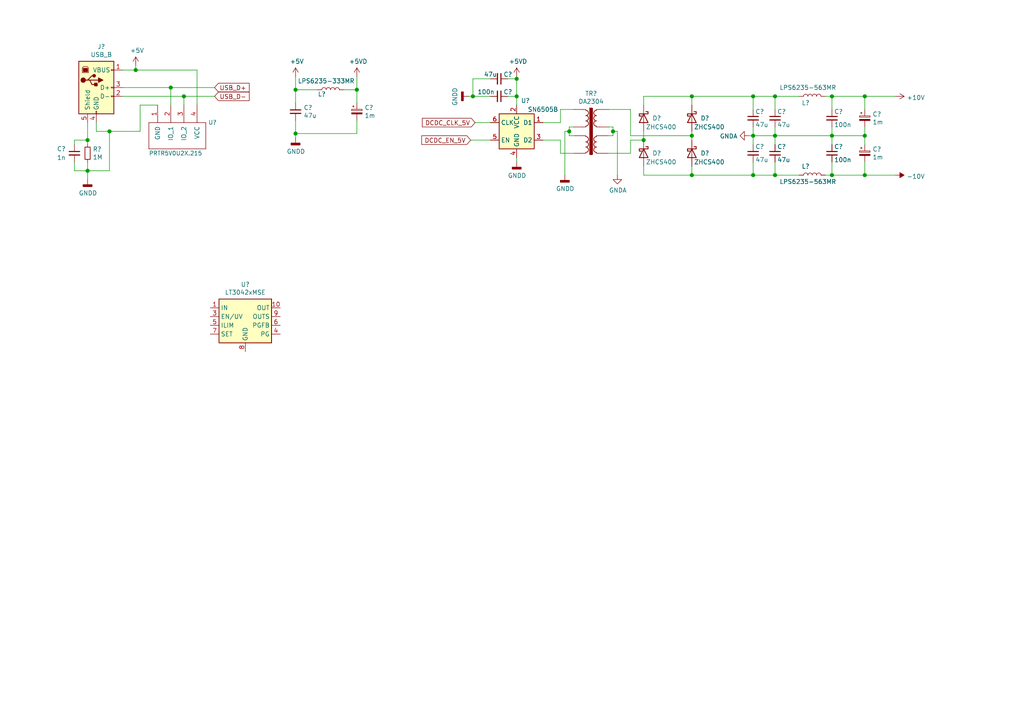
<source format=kicad_sch>
(kicad_sch (version 20210126) (generator eeschema)
  (paper "A4")
  (lib_symbols
    (symbol "DykoDAC3-rescue:+10V-power" (power) (pin_names (offset 0))
      (property "Value" "+10V-power" (at 0 3.556 0))
      (symbol "+10V-power_0_1"
        (polyline (pts (xy -0.762 1.27) (xy 0 2.54)))
        (polyline (pts (xy 0 0) (xy 0 2.54)))
        (polyline (pts (xy 0 2.54) (xy 0.762 1.27)))
      )
      (symbol "+10V-power_1_1"
        (pin power_in line (at 0 0 90) (length 0) hide (name "+10V") (number "1"))
      )
    )
    (symbol "DykoDAC3-rescue:+5V-power" (power) (pin_names (offset 0))
      (property "Value" "+5V-power" (at 0 3.556 0))
      (symbol "+5V-power_0_1"
        (polyline (pts (xy -0.762 1.27) (xy 0 2.54)))
        (polyline (pts (xy 0 0) (xy 0 2.54)))
        (polyline (pts (xy 0 2.54) (xy 0.762 1.27)))
      )
      (symbol "+5V-power_1_1"
        (pin power_in line (at 0 0 90) (length 0) hide (name "+5V") (number "1"))
      )
    )
    (symbol "DykoDAC3-rescue:+5VD-power" (power) (pin_names (offset 0))
      (property "Value" "+5VD-power" (at 0 3.556 0))
      (symbol "+5VD-power_0_1"
        (polyline (pts (xy -0.762 1.27) (xy 0 2.54)))
        (polyline (pts (xy 0 0) (xy 0 2.54)))
        (polyline (pts (xy 0 2.54) (xy 0.762 1.27)))
      )
      (symbol "+5VD-power_1_1"
        (pin power_in line (at 0 0 90) (length 0) hide (name "+5VD") (number "1"))
      )
    )
    (symbol "DykoDAC3-rescue:-10V-power" (power) (pin_names (offset 0))
      (property "Value" "-10V-power" (at 0 3.81 0))
      (symbol "-10V-power_0_0"
        (pin power_in line (at 0 0 90) (length 0) hide (name "-10V") (number "1"))
      )
      (symbol "-10V-power_0_1"
        (polyline (pts (xy 0 0) (xy 0 1.27) (xy 0.762 1.27) (xy 0 2.54) (xy -0.762 1.27) (xy 0 1.27)) (fill (type outline)))
      )
    )
    (symbol "DykoDAC3-rescue:CP_Small-Device" (pin_numbers hide) (pin_names (offset 0.254) hide)
      (property "Reference" "C" (at 0.254 1.778 0))
      (property "Value" "CP_Small-Device" (at 0.254 -2.032 0))
      (symbol "CP_Small-Device_0_1"
        (rectangle (start -1.524 0.6858) (end 1.524 0.3048))
        (rectangle (start -1.524 -0.3048) (end 1.524 -0.6858) (fill (type outline)))
        (polyline (pts (xy -1.27 1.524) (xy -0.762 1.524)))
        (polyline (pts (xy -1.016 1.27) (xy -1.016 1.778)))
      )
      (symbol "CP_Small-Device_1_1"
        (pin passive line (at 0 2.54 270) (length 1.8542) (name "~") (number "1"))
        (pin passive line (at 0 -2.54 90) (length 1.8542) (name "~") (number "2"))
      )
    )
    (symbol "DykoDAC3-rescue:C_Small-Device" (pin_numbers hide) (pin_names (offset 0.254) hide)
      (property "Reference" "C" (at 0.254 1.778 0))
      (property "Value" "C_Small-Device" (at 0.254 -2.032 0))
      (symbol "C_Small-Device_0_1"
        (polyline (pts (xy -1.524 -0.508) (xy 1.524 -0.508)) (stroke (width 0.3302)))
        (polyline (pts (xy -1.524 0.508) (xy 1.524 0.508)) (stroke (width 0.3048)))
      )
      (symbol "C_Small-Device_1_1"
        (pin passive line (at 0 2.54 270) (length 2.032) (name "~") (number "1"))
        (pin passive line (at 0 -2.54 90) (length 2.032) (name "~") (number "2"))
      )
    )
    (symbol "DykoDAC3-rescue:D_Schottky-Device" (pin_numbers hide) (pin_names (offset 1.016) hide)
      (property "Reference" "D" (at 0 2.54 0))
      (property "Value" "D_Schottky-Device" (at 0 -2.54 0))
      (symbol "D_Schottky-Device_0_1"
        (polyline (pts (xy 1.27 0) (xy -1.27 0)))
        (polyline (pts (xy 1.27 1.27) (xy 1.27 -1.27) (xy -1.27 0) (xy 1.27 1.27)) (stroke (width 0.254)))
        (polyline (pts (xy -1.905 0.635) (xy -1.905 1.27) (xy -1.27 1.27) (xy -1.27 -1.27) (xy -0.635 -1.27) (xy -0.635 -0.635)) (stroke (width 0.254)))
      )
      (symbol "D_Schottky-Device_1_1"
        (pin passive line (at -3.81 0 0) (length 2.54) (name "K") (number "1"))
        (pin passive line (at 3.81 0 180) (length 2.54) (name "A") (number "2"))
      )
    )
    (symbol "DykoDAC3-rescue:GNDA-power" (power) (pin_names (offset 0))
      (property "Value" "GNDA-power" (at 0 -3.81 0))
      (symbol "GNDA-power_0_1"
        (polyline (pts (xy 0 0) (xy 0 -1.27) (xy 1.27 -1.27) (xy 0 -2.54) (xy -1.27 -1.27) (xy 0 -1.27)))
      )
      (symbol "GNDA-power_1_1"
        (pin power_in line (at 0 0 270) (length 0) hide (name "GNDA") (number "1"))
      )
    )
    (symbol "DykoDAC3-rescue:GNDD-power" (power) (pin_names (offset 0))
      (property "Value" "GNDD-power" (at 0 -3.175 0))
      (symbol "GNDD-power_0_1"
        (rectangle (start -1.27 -1.524) (end 1.27 -2.032) (stroke (width 0.254)) (fill (type outline)))
        (polyline (pts (xy 0 0) (xy 0 -1.524)))
      )
      (symbol "GNDD-power_1_1"
        (pin power_in line (at 0 0 270) (length 0) hide (name "GNDD") (number "1"))
      )
    )
    (symbol "DykoDAC3-rescue:L-Device" (pin_numbers hide) (pin_names (offset 1.016) hide)
      (property "Reference" "L" (at -1.27 0 90))
      (property "Value" "L-Device" (at 1.905 0 90))
      (symbol "L-Device_0_1"
        (arc (start 0 -2.54) (end 0 -1.27) (radius (at 0 -1.905) (length 0.635) (angles -89.9 89.9)))
        (arc (start 0 -1.27) (end 0 0) (radius (at 0 -0.635) (length 0.635) (angles -89.9 89.9)))
        (arc (start 0 0) (end 0 1.27) (radius (at 0 0.635) (length 0.635) (angles -89.9 89.9)))
        (arc (start 0 1.27) (end 0 2.54) (radius (at 0 1.905) (length 0.635) (angles -89.9 89.9)))
      )
      (symbol "L-Device_1_1"
        (pin passive line (at 0 3.81 270) (length 1.27) (name "1") (number "1"))
        (pin passive line (at 0 -3.81 90) (length 1.27) (name "2") (number "2"))
      )
    )
    (symbol "DykoDAC3-rescue:LT3042xMSE-Regulator_Linear"
      (property "Reference" "U" (at -6.35 6.35 0))
      (property "Value" "LT3042xMSE-Regulator_Linear" (at 1.27 6.35 0))
      (symbol "LT3042xMSE-Regulator_Linear_0_1"
        (rectangle (start -7.62 5.08) (end 7.62 -7.62) (stroke (width 0.254)) (fill (type background)))
      )
      (symbol "LT3042xMSE-Regulator_Linear_1_1"
        (pin power_in line (at -10.16 2.54 0) (length 2.54) (name "IN") (number "1"))
        (pin power_out line (at 10.16 2.54 180) (length 2.54) (name "OUT") (number "10"))
        (pin passive line (at 0 -10.16 90) (length 2.54) hide (name "GND") (number "11"))
        (pin passive line (at -10.16 2.54 0) (length 2.54) hide (name "IN") (number "2"))
        (pin input line (at -10.16 0 0) (length 2.54) (name "EN/UV") (number "3"))
        (pin open_collector line (at 10.16 -5.08 180) (length 2.54) (name "PG") (number "4"))
        (pin passive line (at -10.16 -2.54 0) (length 2.54) (name "ILIM") (number "5"))
        (pin input line (at 10.16 -2.54 180) (length 2.54) (name "PGFB") (number "6"))
        (pin passive line (at -10.16 -5.08 0) (length 2.54) (name "SET") (number "7"))
        (pin power_in line (at 0 -10.16 90) (length 2.54) (name "GND") (number "8"))
        (pin input line (at 10.16 0 180) (length 2.54) (name "OUTS") (number "9"))
      )
    )
    (symbol "DykoDAC3-rescue:R_Small-Device" (pin_numbers hide) (pin_names (offset 0.254) hide)
      (property "Reference" "R" (at 0.762 0.508 0))
      (property "Value" "R_Small-Device" (at 0.762 -1.016 0))
      (symbol "R_Small-Device_0_1"
        (rectangle (start -0.762 1.778) (end 0.762 -1.778) (stroke (width 0.2032)))
      )
      (symbol "R_Small-Device_1_1"
        (pin passive line (at 0 2.54 270) (length 0.762) (name "~") (number "1"))
        (pin passive line (at 0 -2.54 90) (length 0.762) (name "~") (number "2"))
      )
    )
    (symbol "DykoDAC3-rescue:SN6505BDBV-Power_Management"
      (property "Reference" "U" (at -5.08 6.35 0))
      (property "Value" "SN6505BDBV-Power_Management" (at 7.62 6.35 0))
      (symbol "SN6505BDBV-Power_Management_0_1"
        (rectangle (start -5.08 5.08) (end 5.08 -5.08) (stroke (width 0.254)) (fill (type background)))
      )
      (symbol "SN6505BDBV-Power_Management_1_1"
        (pin open_collector line (at 7.62 2.54 180) (length 2.54) (name "D1") (number "1"))
        (pin power_in line (at 0 7.62 270) (length 2.54) (name "VCC") (number "2"))
        (pin open_collector line (at 7.62 -2.54 180) (length 2.54) (name "D2") (number "3"))
        (pin power_in line (at 0 -7.62 90) (length 2.54) (name "GND") (number "4"))
        (pin input line (at -7.62 -2.54 0) (length 2.54) (name "EN") (number "5"))
        (pin input line (at -7.62 2.54 0) (length 2.54) (name "CLK") (number "6"))
      )
    )
    (symbol "DykoDAC3-rescue:TRANSF6-Transformer" (pin_numbers hide) (pin_names (offset 0))
      (property "Reference" "TR" (at 0 10.16 0))
      (property "Value" "TRANSF6-Transformer" (at 0 -7.62 0))
      (symbol "TRANSF6-Transformer_0_1"
        (arc (start -1.524 -4.826) (end -1.524 -3.302) (radius (at -1.524 -4.064) (length 0.762) (angles -89.9 89.9)) (stroke (width 0.2032)))
        (arc (start -1.524 -3.302) (end -1.524 -1.778) (radius (at -1.524 -2.54) (length 0.762) (angles -89.9 89.9)) (stroke (width 0.2032)))
        (arc (start -1.524 -1.778) (end -1.524 -0.254) (radius (at -1.524 -1.016) (length 0.762) (angles -89.9 89.9)) (stroke (width 0.2032)))
        (arc (start -1.524 2.794) (end -1.524 4.318) (radius (at -1.524 3.556) (length 0.762) (angles -89.9 89.9)) (stroke (width 0.2032)))
        (arc (start -1.524 4.318) (end -1.524 5.842) (radius (at -1.524 5.08) (length 0.762) (angles -89.9 89.9)) (stroke (width 0.2032)))
        (arc (start -1.524 5.842) (end -1.524 7.366) (radius (at -1.524 6.604) (length 0.762) (angles -89.9 89.9)) (stroke (width 0.2032)))
        (arc (start 1.524 -3.302) (end 1.524 -4.826) (radius (at 1.524 -4.064) (length 0.762) (angles 90.1 -90.1)) (stroke (width 0.2032)))
        (arc (start 1.524 -1.778) (end 1.524 -3.302) (radius (at 1.524 -2.54) (length 0.762) (angles 90.1 -90.1)) (stroke (width 0.2032)))
        (arc (start 1.524 -0.254) (end 1.524 -1.778) (radius (at 1.524 -1.016) (length 0.762) (angles 90.1 -90.1)) (stroke (width 0.2032)))
        (arc (start 1.524 4.318) (end 1.524 2.794) (radius (at 1.524 3.556) (length 0.762) (angles 90.1 -90.1)) (stroke (width 0.2032)))
        (arc (start 1.524 5.842) (end 1.524 4.318) (radius (at 1.524 5.08) (length 0.762) (angles 90.1 -90.1)) (stroke (width 0.2032)))
        (arc (start 1.524 7.366) (end 1.524 5.842) (radius (at 1.524 6.604) (length 0.762) (angles 90.1 -90.1)) (stroke (width 0.2032)))
        (rectangle (start -0.254 7.874) (end 0.254 -5.334) (stroke (width 0.508)) (fill (type outline)))
        (polyline (pts (xy 1.524 0) (xy 2.54 0) (xy 2.54 0)))
        (polyline (pts (xy 1.524 2.54) (xy 2.54 2.54) (xy 2.54 2.54)))
        (polyline (pts (xy 1.524 7.62) (xy 2.54 7.62) (xy 2.54 7.62)))
        (polyline (pts (xy 2.54 -5.08) (xy 1.524 -5.08) (xy 1.524 -5.08)))
        (polyline (pts (xy -1.524 -4.826) (xy -1.524 -5.08) (xy -2.54 -5.08) (xy -2.54 -5.08)))
        (polyline (pts (xy -1.524 -0.254) (xy -1.524 0) (xy -2.54 0) (xy -2.54 0)))
        (polyline (pts (xy -1.524 2.794) (xy -1.524 2.54) (xy -2.54 2.54) (xy -2.54 2.54)))
        (polyline (pts (xy -1.524 7.366) (xy -1.524 7.62) (xy -2.54 7.62) (xy -2.54 7.62)))
        (polyline (pts (xy 1.524 -4.826) (xy 1.524 -5.08) (xy 1.524 -5.08)) (fill (type outline)))
        (polyline (pts (xy 1.524 0) (xy 1.524 -0.254) (xy 1.524 -0.254)) (fill (type outline)))
        (polyline (pts (xy 1.524 2.54) (xy 1.524 2.794) (xy 1.524 2.794)) (fill (type outline)))
        (polyline (pts (xy 1.524 7.62) (xy 1.524 7.366) (xy 1.524 7.366)) (fill (type outline)))
      )
      (symbol "TRANSF6-Transformer_1_1"
        (pin passive line (at -5.08 7.62 0) (length 2.54) (name "~") (number "1"))
        (pin passive line (at -5.08 2.54 0) (length 2.54) (name "~") (number "2"))
        (pin passive line (at -5.08 0 0) (length 2.54) (name "~") (number "3"))
        (pin passive line (at -5.08 -5.08 0) (length 2.54) (name "~") (number "4"))
        (pin passive line (at 5.08 -5.08 180) (length 2.54) (name "~") (number "5"))
        (pin passive line (at 5.08 0 180) (length 2.54) (name "~") (number "6"))
        (pin passive line (at 5.08 2.54 180) (length 2.54) (name "~") (number "7"))
        (pin passive line (at 5.08 7.62 180) (length 2.54) (name "~") (number "8"))
      )
    )
    (symbol "DykoDAC3-rescue:USB_B-Connector" (pin_names (offset 1.016))
      (property "Reference" "J" (at -5.08 11.43 0))
      (property "Value" "USB_B-Connector" (at -5.08 8.89 0))
      (symbol "USB_B-Connector_0_1"
        (circle (center -3.81 2.159) (radius 0.635) (stroke (width 0.254)) (fill (type outline)))
        (circle (center -0.635 3.429) (radius 0.381) (stroke (width 0.254)) (fill (type outline)))
        (rectangle (start -0.127 -7.62) (end 0.127 -6.858))
        (rectangle (start 5.08 -2.667) (end 4.318 -2.413))
        (rectangle (start 5.08 -0.127) (end 4.318 0.127))
        (rectangle (start 5.08 4.953) (end 4.318 5.207))
        (rectangle (start -3.81 5.588) (end -2.54 4.572) (fill (type outline)))
        (rectangle (start 0.254 1.27) (end -0.508 0.508) (stroke (width 0.254)) (fill (type outline)))
        (rectangle (start -5.08 -7.62) (end 5.08 7.62) (stroke (width 0.254)) (fill (type background)))
        (polyline (pts (xy -1.905 2.159) (xy 0.635 2.159)) (stroke (width 0.254)))
        (polyline (pts (xy -3.175 2.159) (xy -2.54 2.159) (xy -1.27 3.429) (xy -0.635 3.429)) (stroke (width 0.254)))
        (polyline (pts (xy -2.54 2.159) (xy -1.905 2.159) (xy -1.27 0.889) (xy 0 0.889)) (stroke (width 0.254)))
        (polyline (pts (xy -4.064 4.318) (xy -2.286 4.318) (xy -2.286 5.715) (xy -2.667 6.096) (xy -3.683 6.096) (xy -4.064 5.715) (xy -4.064 4.318)))
        (polyline (pts (xy 0.635 2.794) (xy 0.635 1.524) (xy 1.905 2.159) (xy 0.635 2.794)) (stroke (width 0.254)) (fill (type outline)))
      )
      (symbol "USB_B-Connector_1_1"
        (pin power_out line (at 7.62 5.08 180) (length 2.54) (name "VBUS") (number "1"))
        (pin bidirectional line (at 7.62 -2.54 180) (length 2.54) (name "D-") (number "2"))
        (pin bidirectional line (at 7.62 0 180) (length 2.54) (name "D+") (number "3"))
        (pin power_out line (at 0 -10.16 90) (length 2.54) (name "GND") (number "4"))
        (pin passive line (at -2.54 -10.16 90) (length 2.54) (name "Shield") (number "5"))
      )
    )
    (symbol "kamtar:PRTR5V0U2X.215" (pin_names (offset 1.016))
      (property "Reference" "U" (at 5.08 -8.89 0))
      (property "Value" "PRTR5V0U2X.215" (at 1.27 -6.35 0))
      (symbol "PRTR5V0U2X.215_0_1"
        (rectangle (start -7.62 -5.08) (end 8.89 -5.08))
        (rectangle (start -7.62 2.54) (end -7.62 -5.08))
        (rectangle (start -7.62 2.54) (end 8.89 2.54))
        (rectangle (start 8.89 2.54) (end 8.89 -5.08))
      )
      (symbol "PRTR5V0U2X.215_1_1"
        (pin input line (at -5.08 7.62 270) (length 5.08) (name "GND") (number "1"))
        (pin input line (at -1.27 7.62 270) (length 5.08) (name "IO_1") (number "2"))
        (pin input line (at 2.54 7.62 270) (length 5.08) (name "IO_2") (number "3"))
        (pin input line (at 6.35 7.62 270) (length 5.08) (name "VCC") (number "4"))
      )
    )
  )
  (junction (at 25.4 40.64) (diameter 1.016))
  (junction (at 25.4 49.53) (diameter 1.016))
  (junction (at 31.75 38.1) (diameter 1.016))
  (junction (at 39.37 20.32) (diameter 1.016))
  (junction (at 49.53 25.4) (diameter 1.016))
  (junction (at 53.34 27.94) (diameter 1.016))
  (junction (at 85.725 26.035) (diameter 1.016))
  (junction (at 85.725 38.735) (diameter 1.016))
  (junction (at 103.505 26.035) (diameter 1.016))
  (junction (at 137.16 27.94) (diameter 1.016))
  (junction (at 149.86 22.86) (diameter 1.016))
  (junction (at 149.86 27.94) (diameter 1.016))
  (junction (at 165.1 38.1) (diameter 1.016))
  (junction (at 177.8 38.1) (diameter 1.016))
  (junction (at 186.69 40.64) (diameter 1.016))
  (junction (at 200.66 27.94) (diameter 1.016))
  (junction (at 200.66 39.37) (diameter 1.016))
  (junction (at 200.66 50.8) (diameter 1.016))
  (junction (at 218.44 27.94) (diameter 1.016))
  (junction (at 218.44 39.37) (diameter 1.016))
  (junction (at 218.44 50.8) (diameter 1.016))
  (junction (at 224.79 27.94) (diameter 1.016))
  (junction (at 224.79 39.37) (diameter 1.016))
  (junction (at 224.79 50.8) (diameter 1.016))
  (junction (at 241.3 27.94) (diameter 1.016))
  (junction (at 241.3 39.37) (diameter 1.016))
  (junction (at 241.3 50.8) (diameter 1.016))
  (junction (at 250.825 27.94) (diameter 1.016))
  (junction (at 250.825 39.37) (diameter 1.016))
  (junction (at 250.825 50.8) (diameter 1.016))
  (wire (pts (xy 21.59 40.64) (xy 21.59 41.91)))
  (wire (pts (xy 21.59 49.53) (xy 21.59 46.99)))
  (wire (pts (xy 25.4 35.56) (xy 25.4 40.64)))
  (wire (pts (xy 25.4 40.64) (xy 21.59 40.64)))
  (wire (pts (xy 25.4 41.91) (xy 25.4 40.64)))
  (wire (pts (xy 25.4 46.99) (xy 25.4 49.53)))
  (wire (pts (xy 25.4 49.53) (xy 21.59 49.53)))
  (wire (pts (xy 25.4 49.53) (xy 31.75 49.53)))
  (wire (pts (xy 25.4 52.07) (xy 25.4 49.53)))
  (wire (pts (xy 27.94 35.56) (xy 27.94 38.1)))
  (wire (pts (xy 27.94 38.1) (xy 31.75 38.1)))
  (wire (pts (xy 31.75 38.1) (xy 40.64 38.1)))
  (wire (pts (xy 31.75 49.53) (xy 31.75 38.1)))
  (wire (pts (xy 35.56 25.4) (xy 49.53 25.4)))
  (wire (pts (xy 35.56 27.94) (xy 53.34 27.94)))
  (wire (pts (xy 39.37 19.05) (xy 39.37 20.32)))
  (wire (pts (xy 39.37 20.32) (xy 35.56 20.32)))
  (wire (pts (xy 40.64 30.48) (xy 45.72 30.48)))
  (wire (pts (xy 40.64 38.1) (xy 40.64 30.48)))
  (wire (pts (xy 49.53 30.48) (xy 49.53 25.4)))
  (wire (pts (xy 53.34 30.48) (xy 53.34 27.94)))
  (wire (pts (xy 57.15 20.32) (xy 39.37 20.32)))
  (wire (pts (xy 57.15 30.48) (xy 57.15 20.32)))
  (wire (pts (xy 62.23 25.4) (xy 49.53 25.4)))
  (wire (pts (xy 62.23 27.94) (xy 53.34 27.94)))
  (wire (pts (xy 85.725 22.225) (xy 85.725 26.035)))
  (wire (pts (xy 85.725 26.035) (xy 85.725 29.845)))
  (wire (pts (xy 85.725 34.925) (xy 85.725 38.735)))
  (wire (pts (xy 85.725 40.005) (xy 85.725 38.735)))
  (wire (pts (xy 92.075 26.035) (xy 85.725 26.035)))
  (wire (pts (xy 99.695 26.035) (xy 103.505 26.035)))
  (wire (pts (xy 103.505 22.225) (xy 103.505 26.035)))
  (wire (pts (xy 103.505 26.035) (xy 103.505 29.845)))
  (wire (pts (xy 103.505 34.925) (xy 103.505 38.735)))
  (wire (pts (xy 103.505 38.735) (xy 85.725 38.735)))
  (wire (pts (xy 137.16 22.86) (xy 137.16 27.94)))
  (wire (pts (xy 137.16 27.94) (xy 135.89 27.94)))
  (wire (pts (xy 142.24 22.86) (xy 137.16 22.86)))
  (wire (pts (xy 142.24 27.94) (xy 137.16 27.94)))
  (wire (pts (xy 142.24 35.56) (xy 137.795 35.56)))
  (wire (pts (xy 142.24 40.64) (xy 136.525 40.64)))
  (wire (pts (xy 147.32 22.86) (xy 149.86 22.86)))
  (wire (pts (xy 147.32 27.94) (xy 149.86 27.94)))
  (wire (pts (xy 149.86 22.225) (xy 149.86 22.86)))
  (wire (pts (xy 149.86 22.86) (xy 149.86 27.94)))
  (wire (pts (xy 149.86 27.94) (xy 149.86 30.48)))
  (wire (pts (xy 149.86 46.99) (xy 149.86 45.72)))
  (wire (pts (xy 162.56 31.75) (xy 162.56 35.56)))
  (wire (pts (xy 162.56 35.56) (xy 157.48 35.56)))
  (wire (pts (xy 162.56 40.64) (xy 157.48 40.64)))
  (wire (pts (xy 162.56 44.45) (xy 162.56 40.64)))
  (wire (pts (xy 163.83 38.1) (xy 163.83 50.8)))
  (wire (pts (xy 163.83 38.1) (xy 165.1 38.1)))
  (wire (pts (xy 165.1 36.83) (xy 165.1 38.1)))
  (wire (pts (xy 165.1 38.1) (xy 165.1 39.37)))
  (wire (pts (xy 165.1 39.37) (xy 166.37 39.37)))
  (wire (pts (xy 166.37 31.75) (xy 162.56 31.75)))
  (wire (pts (xy 166.37 36.83) (xy 165.1 36.83)))
  (wire (pts (xy 166.37 44.45) (xy 162.56 44.45)))
  (wire (pts (xy 176.53 31.75) (xy 182.88 31.75)))
  (wire (pts (xy 176.53 36.83) (xy 177.8 36.83)))
  (wire (pts (xy 176.53 44.45) (xy 182.88 44.45)))
  (wire (pts (xy 177.8 36.83) (xy 177.8 38.1)))
  (wire (pts (xy 177.8 38.1) (xy 177.8 39.37)))
  (wire (pts (xy 177.8 39.37) (xy 176.53 39.37)))
  (wire (pts (xy 179.07 38.1) (xy 177.8 38.1)))
  (wire (pts (xy 179.07 38.1) (xy 179.07 50.8)))
  (wire (pts (xy 182.88 31.75) (xy 182.88 39.37)))
  (wire (pts (xy 182.88 39.37) (xy 200.66 39.37)))
  (wire (pts (xy 182.88 40.64) (xy 186.69 40.64)))
  (wire (pts (xy 182.88 44.45) (xy 182.88 40.64)))
  (wire (pts (xy 186.69 27.94) (xy 200.66 27.94)))
  (wire (pts (xy 186.69 30.48) (xy 186.69 27.94)))
  (wire (pts (xy 186.69 38.1) (xy 186.69 40.64)))
  (wire (pts (xy 186.69 48.26) (xy 186.69 50.8)))
  (wire (pts (xy 186.69 50.8) (xy 200.66 50.8)))
  (wire (pts (xy 200.66 27.94) (xy 218.44 27.94)))
  (wire (pts (xy 200.66 30.48) (xy 200.66 27.94)))
  (wire (pts (xy 200.66 38.1) (xy 200.66 39.37)))
  (wire (pts (xy 200.66 39.37) (xy 200.66 40.64)))
  (wire (pts (xy 200.66 48.26) (xy 200.66 50.8)))
  (wire (pts (xy 200.66 50.8) (xy 218.44 50.8)))
  (wire (pts (xy 217.17 39.37) (xy 218.44 39.37)))
  (wire (pts (xy 218.44 27.94) (xy 224.79 27.94)))
  (wire (pts (xy 218.44 31.75) (xy 218.44 27.94)))
  (wire (pts (xy 218.44 39.37) (xy 218.44 36.83)))
  (wire (pts (xy 218.44 39.37) (xy 224.79 39.37)))
  (wire (pts (xy 218.44 41.91) (xy 218.44 39.37)))
  (wire (pts (xy 218.44 46.99) (xy 218.44 50.8)))
  (wire (pts (xy 218.44 50.8) (xy 224.79 50.8)))
  (wire (pts (xy 224.79 31.75) (xy 224.79 27.94)))
  (wire (pts (xy 224.79 36.83) (xy 224.79 39.37)))
  (wire (pts (xy 224.79 39.37) (xy 241.3 39.37)))
  (wire (pts (xy 224.79 41.91) (xy 224.79 39.37)))
  (wire (pts (xy 224.79 50.8) (xy 224.79 46.99)))
  (wire (pts (xy 231.775 27.94) (xy 224.79 27.94)))
  (wire (pts (xy 231.775 50.8) (xy 224.79 50.8)))
  (wire (pts (xy 239.395 50.8) (xy 241.3 50.8)))
  (wire (pts (xy 241.3 27.94) (xy 239.395 27.94)))
  (wire (pts (xy 241.3 31.75) (xy 241.3 27.94)))
  (wire (pts (xy 241.3 36.83) (xy 241.3 39.37)))
  (wire (pts (xy 241.3 39.37) (xy 241.3 41.91)))
  (wire (pts (xy 241.3 39.37) (xy 250.825 39.37)))
  (wire (pts (xy 241.3 50.8) (xy 241.3 46.99)))
  (wire (pts (xy 250.825 27.94) (xy 241.3 27.94)))
  (wire (pts (xy 250.825 31.75) (xy 250.825 27.94)))
  (wire (pts (xy 250.825 39.37) (xy 250.825 36.83)))
  (wire (pts (xy 250.825 41.91) (xy 250.825 39.37)))
  (wire (pts (xy 250.825 46.99) (xy 250.825 50.8)))
  (wire (pts (xy 250.825 50.8) (xy 241.3 50.8)))
  (wire (pts (xy 259.715 27.94) (xy 250.825 27.94)))
  (wire (pts (xy 259.715 50.8) (xy 250.825 50.8)))
  (global_label "USB_D+" (shape input) (at 62.23 25.4 0) (property "Intersheet References" "${INTERSHEET_REFS}" (effects hide)))
  (global_label "USB_D-" (shape input) (at 62.23 27.94 0) (property "Intersheet References" "${INTERSHEET_REFS}" (effects hide)))
  (global_label "DCDC_EN_5V" (shape input) (at 136.525 40.64 180) (property "Intersheet References" "${INTERSHEET_REFS}" (effects hide)))
  (global_label "DCDC_CLK_5V" (shape input) (at 137.795 35.56 180) (property "Intersheet References" "${INTERSHEET_REFS}" (effects hide)))
  (symbol (lib_id "DykoDAC3-rescue:+5V-power") (at 39.37 19.05 0) (unit 1)
    (property "Reference" "#PWR0106" (effects hide))
    (property "Value" "+5V" (at 39.751 14.6558 0))
  )
  (symbol (lib_id "DykoDAC3-rescue:+5V-power") (at 85.725 22.225 0) (unit 1)
    (property "Reference" "#PWR0105" (effects hide))
    (property "Value" "+5V" (at 86.106 17.8308 0))
  )
  (symbol (lib_id "DykoDAC3-rescue:+5VD-power") (at 103.505 22.225 0) (unit 1)
    (property "Reference" "#PWR0113" (effects hide))
    (property "Value" "+5VD" (at 103.886 17.8308 0))
  )
  (symbol (lib_id "DykoDAC3-rescue:+5VD-power") (at 149.86 22.225 0) (unit 1)
    (property "Reference" "#PWR0107" (effects hide))
    (property "Value" "+5VD" (at 150.241 17.8308 0))
  )
  (symbol (lib_id "DykoDAC3-rescue:+10V-power") (at 259.715 27.94 270) (unit 1)
    (property "Reference" "#PWR0101" (effects hide))
    (property "Value" "+10V" (at 262.9662 28.321 90) (effects (justify left)))
  )
  (symbol (lib_id "DykoDAC3-rescue:-10V-power") (at 259.715 50.8 270) (unit 1)
    (property "Reference" "#PWR0102" (effects hide))
    (property "Value" "-10V" (at 262.9662 51.181 90) (effects (justify left)))
  )
  (symbol (lib_id "DykoDAC3-rescue:GNDD-power") (at 25.4 52.07 0) (unit 1)
    (property "Reference" "#PWR0103" (effects hide))
    (property "Value" "GNDD" (at 25.5016 56.007 0))
  )
  (symbol (lib_id "DykoDAC3-rescue:GNDD-power") (at 85.725 40.005 0) (unit 1)
    (property "Reference" "#PWR0104" (effects hide))
    (property "Value" "GNDD" (at 85.8266 43.942 0))
  )
  (symbol (lib_id "DykoDAC3-rescue:GNDD-power") (at 135.89 27.94 270) (unit 1)
    (property "Reference" "#PWR0110" (effects hide))
    (property "Value" "GNDD" (at 131.953 28.0416 0))
  )
  (symbol (lib_id "DykoDAC3-rescue:GNDD-power") (at 149.86 46.99 0) (unit 1)
    (property "Reference" "#PWR0108" (effects hide))
    (property "Value" "GNDD" (at 149.9616 50.927 0))
  )
  (symbol (lib_id "DykoDAC3-rescue:GNDD-power") (at 163.83 50.8 0) (unit 1)
    (property "Reference" "#PWR0109" (effects hide))
    (property "Value" "GNDD" (at 163.9316 54.737 0))
  )
  (symbol (lib_id "DykoDAC3-rescue:GNDA-power") (at 179.07 50.8 0) (unit 1)
    (property "Reference" "#PWR0111" (effects hide))
    (property "Value" "GNDA" (at 179.197 55.1942 0))
  )
  (symbol (lib_id "DykoDAC3-rescue:GNDA-power") (at 217.17 39.37 270) (unit 1)
    (property "Reference" "#PWR0112" (effects hide))
    (property "Value" "GNDA" (at 213.9442 39.497 90) (effects (justify right)))
  )
  (symbol (lib_id "DykoDAC3-rescue:L-Device") (at 95.885 26.035 90) (unit 1)
    (property "Reference" "L?" (at 93.345 27.305 90))
    (property "Value" "LPS6235-333MR" (at 94.615 23.495 90))
  )
  (symbol (lib_id "DykoDAC3-rescue:L-Device") (at 235.585 27.94 90) (unit 1)
    (property "Reference" "L?" (at 233.68 29.845 90))
    (property "Value" "LPS6235-563MR" (at 234.315 25.4 90))
  )
  (symbol (lib_id "DykoDAC3-rescue:L-Device") (at 235.585 50.8 90) (unit 1)
    (property "Reference" "L?" (at 233.68 48.26 90))
    (property "Value" "LPS6235-563MR" (at 234.315 52.705 90))
  )
  (symbol (lib_id "DykoDAC3-rescue:R_Small-Device") (at 25.4 44.45 0) (unit 1)
    (property "Reference" "R?" (at 26.8986 43.2816 0) (effects (justify left)))
    (property "Value" "1M" (at 26.8986 45.593 0) (effects (justify left)))
  )
  (symbol (lib_id "DykoDAC3-rescue:CP_Small-Device") (at 103.505 32.385 0) (unit 1)
    (property "Reference" "C?" (at 105.7402 31.2166 0) (effects (justify left)))
    (property "Value" "1m" (at 105.7402 33.528 0) (effects (justify left)))
  )
  (symbol (lib_id "DykoDAC3-rescue:CP_Small-Device") (at 250.825 34.29 0) (unit 1)
    (property "Reference" "C?" (at 253.0602 33.1216 0) (effects (justify left)))
    (property "Value" "1m" (at 253.0602 35.433 0) (effects (justify left)))
  )
  (symbol (lib_id "DykoDAC3-rescue:CP_Small-Device") (at 250.825 44.45 0) (unit 1)
    (property "Reference" "C?" (at 253.0602 43.2816 0) (effects (justify left)))
    (property "Value" "1m" (at 253.0602 45.593 0) (effects (justify left)))
  )
  (symbol (lib_id "DykoDAC3-rescue:C_Small-Device") (at 21.59 44.45 0) (unit 1)
    (property "Reference" "C?" (at 16.51 43.18 0) (effects (justify left)))
    (property "Value" "1n" (at 16.51 45.72 0) (effects (justify left)))
  )
  (symbol (lib_id "DykoDAC3-rescue:C_Small-Device") (at 85.725 32.385 0) (unit 1)
    (property "Reference" "C?" (at 88.0618 31.2166 0) (effects (justify left)))
    (property "Value" "47u" (at 88.0618 33.528 0) (effects (justify left)))
  )
  (symbol (lib_id "DykoDAC3-rescue:C_Small-Device") (at 144.78 22.86 270) (unit 1)
    (property "Reference" "C?" (at 147.32 21.59 90))
    (property "Value" "47u" (at 142.24 21.59 90))
  )
  (symbol (lib_id "DykoDAC3-rescue:C_Small-Device") (at 144.78 27.94 270) (unit 1)
    (property "Reference" "C?" (at 147.32 26.67 90))
    (property "Value" "100n" (at 140.97 26.67 90))
  )
  (symbol (lib_id "DykoDAC3-rescue:C_Small-Device") (at 218.44 34.29 0) (unit 1)
    (property "Reference" "C?" (at 219.075 32.385 0) (effects (justify left)))
    (property "Value" "47u" (at 219.075 36.195 0) (effects (justify left)))
  )
  (symbol (lib_id "DykoDAC3-rescue:C_Small-Device") (at 218.44 44.45 0) (unit 1)
    (property "Reference" "C?" (at 219.075 42.545 0) (effects (justify left)))
    (property "Value" "47u" (at 219.075 46.355 0) (effects (justify left)))
  )
  (symbol (lib_id "DykoDAC3-rescue:C_Small-Device") (at 224.79 34.29 0) (unit 1)
    (property "Reference" "C?" (at 225.425 32.385 0) (effects (justify left)))
    (property "Value" "47u" (at 225.425 36.195 0) (effects (justify left)))
  )
  (symbol (lib_id "DykoDAC3-rescue:C_Small-Device") (at 224.79 44.45 0) (unit 1)
    (property "Reference" "C?" (at 225.425 42.545 0) (effects (justify left)))
    (property "Value" "47u" (at 225.425 46.355 0) (effects (justify left)))
  )
  (symbol (lib_id "DykoDAC3-rescue:C_Small-Device") (at 241.3 34.29 0) (unit 1)
    (property "Reference" "C?" (at 241.935 32.385 0) (effects (justify left)))
    (property "Value" "100n" (at 241.935 36.195 0) (effects (justify left)))
  )
  (symbol (lib_id "DykoDAC3-rescue:C_Small-Device") (at 241.3 44.45 0) (unit 1)
    (property "Reference" "C?" (at 241.935 42.545 0) (effects (justify left)))
    (property "Value" "100n" (at 241.935 46.355 0) (effects (justify left)))
  )
  (symbol (lib_id "DykoDAC3-rescue:D_Schottky-Device") (at 186.69 34.29 270) (unit 1)
    (property "Reference" "D?" (at 190.5 34.29 90))
    (property "Value" "ZHCS400" (at 191.77 36.83 90))
  )
  (symbol (lib_id "DykoDAC3-rescue:D_Schottky-Device") (at 186.69 44.45 270) (unit 1)
    (property "Reference" "D?" (at 190.5 44.45 90))
    (property "Value" "ZHCS400" (at 191.77 46.99 90))
  )
  (symbol (lib_id "DykoDAC3-rescue:D_Schottky-Device") (at 200.66 34.29 270) (unit 1)
    (property "Reference" "D?" (at 204.47 34.29 90))
    (property "Value" "ZHCS400" (at 205.74 36.83 90))
  )
  (symbol (lib_id "DykoDAC3-rescue:D_Schottky-Device") (at 200.66 44.45 270) (unit 1)
    (property "Reference" "D?" (at 204.47 44.45 90))
    (property "Value" "ZHCS400" (at 205.74 46.99 90))
  )
  (symbol (lib_id "DykoDAC3-rescue:TRANSF6-Transformer") (at 171.45 39.37 0) (unit 1)
    (property "Reference" "TR?" (at 171.45 27.1272 0))
    (property "Value" "DA2304" (at 171.45 29.4386 0))
  )
  (symbol (lib_id "kamtar:PRTR5V0U2X.215") (at 50.8 38.1 0) (unit 1)
    (property "Reference" "U?" (at 60.4012 35.5092 0) (effects (font (size 1.1938 1.1938)) (justify left)))
    (property "Value" "PRTR5V0U2X.215" (at 43.18 44.45 0) (effects (font (size 1.1938 1.1938)) (justify left)))
  )
  (symbol (lib_id "DykoDAC3-rescue:USB_B-Connector") (at 27.94 25.4 0) (unit 1)
    (property "Reference" "J?" (at 29.3878 13.5382 0))
    (property "Value" "USB_B" (at 29.3878 15.8496 0))
    (property "Datasheet" " ~" (effects hide))
  )
  (symbol (lib_id "DykoDAC3-rescue:SN6505BDBV-Power_Management") (at 149.86 38.1 0) (unit 1)
    (property "Reference" "U?" (at 152.4 29.21 0))
    (property "Value" "SN6505B" (at 157.48 31.75 0))
    (property "Footprint" "Package_TO_SOT_SMD:SOT-23-6" (effects hide))
    (property "Datasheet" "http://www.ti.com/lit/ds/symlink/sn6505b.pdf" (effects hide))
  )
  (symbol (lib_id "DykoDAC3-rescue:LT3042xMSE-Regulator_Linear") (at 71.1454 91.821 0) (unit 1)
    (property "Reference" "U?" (at 71.1454 82.4992 0))
    (property "Value" "LT3042xMSE" (at 71.1454 84.8106 0))
    (property "Footprint" "Package_SO:MSOP-10-1EP_3x3mm_P0.5mm_EP1.68x1.88mm" (effects hide))
    (property "Datasheet" "https://www.analog.com/media/en/technical-documentation/data-sheets/3042fb.pdf" (effects hide))
  )
)
</source>
